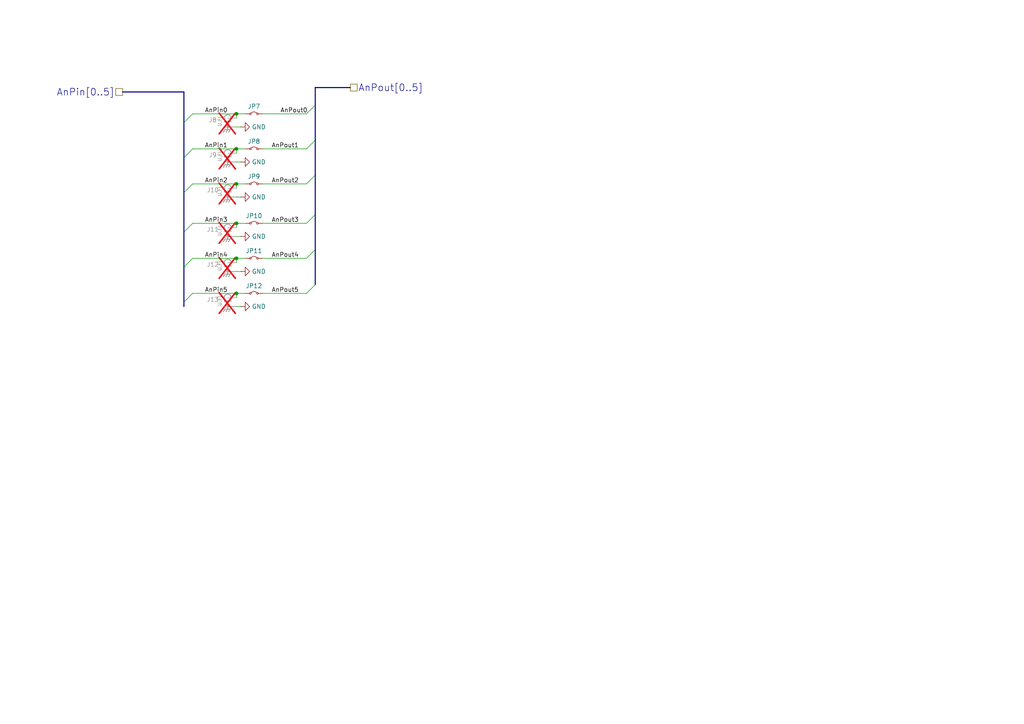
<source format=kicad_sch>
(kicad_sch (version 20231120) (generator "eeschema") (generator_version "8.0")
  (paper "A4")
  (lib_symbols
    (symbol "Jumper:Jumper_2_Small_Bridged" (pin_numbers hide) (pin_names (offset 0) hide) (exclude_from_sim yes)
      (property "Reference" "JP" (at 0 2.032 0))
      (property "Value" "Jumper_2_Small_Bridged" (at 0 -2.286 0))
      (symbol "Jumper_2_Small_Bridged_0_0"
        (circle (center -1.016 0) (radius 0.254))
        (circle (center 1.016 0) (radius 0.254))
      )
      (symbol "Jumper_2_Small_Bridged_0_1"
        (arc (start 0.762 0.254) (mid 0 0.5696) (end -0.762 0.254))
      )
      (symbol "Jumper_2_Small_Bridged_1_1"
        (pin passive line (at -2.54 0 0) (length 1.27) (name "A") (number "1"))
        (pin passive line (at 2.54 0 180) (length 1.27) (name "B") (number "2"))
      )
    )
    (symbol "power:GND" (power) (pin_numbers hide) (pin_names (offset 0) hide)
      (property "Value" "GND" (at 0 -3.81 0))
      (symbol "GND_0_1"
        (polyline (pts (xy 0 0) (xy 0 -1.27) (xy 1.27 -1.27) (xy 0 -2.54) (xy -1.27 -1.27) (xy 0 -1.27)))
      )
      (symbol "GND_1_1"
        (pin power_in line (at 0 0 270) (length 0) (name "~") (number "1"))
      )
    )
    (symbol "psysnapeda:RSP-122811-01" (pin_numbers hide) (pin_names (offset 1.016) hide)
      (property "Reference" "J" (at -2.032 3.556 0))
      (property "Value" "RSP-122811-01" (at -4.064 -4.318 0))
      (symbol "RSP-122811-01_0_0"
        (polyline (pts (xy -1.016 1.524) (xy 0 1.524)) (stroke (width 0.254)))
        (polyline (pts (xy -0.762 -0.762) (xy -1.27 -1.524)) (stroke (width 0.254)))
        (polyline (pts (xy 0 -0.762) (xy -0.762 -0.762)) (stroke (width 0.254)))
        (polyline (pts (xy 0 -0.762) (xy -0.508 -1.524)) (stroke (width 0.254)))
        (polyline (pts (xy 0 -0.762) (xy 0.762 -0.762)) (stroke (width 0.254)))
        (polyline (pts (xy 0 0) (xy 0 -0.762)) (stroke (width 0.254)))
        (polyline (pts (xy 0 1.524) (xy 0 0)) (stroke (width 0.254)))
        (polyline (pts (xy 0 1.524) (xy 1.016 1.524)) (stroke (width 0.254)))
        (polyline (pts (xy 0.762 -0.762) (xy 0.254 -1.524)) (stroke (width 0.254)))
        (circle (center 0 0) (radius 0.254) (stroke (width 0.254)))
        (circle (center 0 2.54) (radius 1.016) (stroke (width 0.254)))
        (pin passive line (at 2.54 0 180) (length 2.54) (name "~") (number "G2"))
      )
      (symbol "RSP-122811-01_1_0"
        (pin passive line (at 2.54 2.54 180) (length 2.54) (name "~") (number "1"))
        (pin passive line (at 2.54 0 180) (length 2.54) (name "~") (number "G1"))
      )
    )
  )
  (junction (at 68.58 64.77))
  (junction (at 68.58 85.09))
  (junction (at 68.58 53.34))
  (junction (at 68.58 33.02))
  (junction (at 68.58 74.93))
  (junction (at 68.58 43.18))
  (bus_entry (at 91.44 62.23) (size -2.54 2.54))
  (bus_entry (at 91.44 72.39) (size -2.54 2.54))
  (bus_entry (at 53.34 67.31) (size 2.54 -2.54))
  (bus_entry (at 91.44 40.64) (size -2.54 2.54))
  (bus_entry (at 53.34 45.72) (size 2.54 -2.54))
  (bus_entry (at 91.44 50.8) (size -2.54 2.54))
  (bus_entry (at 91.44 82.55) (size -2.54 2.54))
  (bus_entry (at 53.34 35.56) (size 2.54 -2.54))
  (bus_entry (at 53.34 77.47) (size 2.54 -2.54))
  (bus_entry (at 91.44 30.48) (size -2.54 2.54))
  (bus_entry (at 53.34 55.88) (size 2.54 -2.54))
  (bus_entry (at 53.34 87.63) (size 2.54 -2.54))
  (wire (pts (xy 55.88 74.93) (xy 68.58 74.93)))
  (bus (pts (xy 91.44 25.4) (xy 91.44 30.48)))
  (wire (pts (xy 76.2 33.02) (xy 88.9 33.02)))
  (wire (pts (xy 55.88 53.34) (xy 68.58 53.34)))
  (bus (pts (xy 91.44 25.4) (xy 101.6 25.4)))
  (wire (pts (xy 68.58 33.02) (xy 68.58 34.29)))
  (wire (pts (xy 88.9 43.18) (xy 76.2 43.18)))
  (bus (pts (xy 91.44 72.39) (xy 91.44 62.23)))
  (bus (pts (xy 53.34 26.67) (xy 53.34 35.56)))
  (wire (pts (xy 88.9 64.77) (xy 76.2 64.77)))
  (wire (pts (xy 68.58 88.9) (xy 69.85 88.9)))
  (wire (pts (xy 68.58 64.77) (xy 71.12 64.77)))
  (wire (pts (xy 55.88 85.09) (xy 68.58 85.09)))
  (wire (pts (xy 88.9 74.93) (xy 76.2 74.93)))
  (wire (pts (xy 55.88 64.77) (xy 68.58 64.77)))
  (wire (pts (xy 68.58 53.34) (xy 71.12 53.34)))
  (wire (pts (xy 68.58 74.93) (xy 68.58 76.2)))
  (wire (pts (xy 68.58 78.74) (xy 69.85 78.74)))
  (bus (pts (xy 53.34 35.56) (xy 53.34 45.72)))
  (wire (pts (xy 68.58 43.18) (xy 71.12 43.18)))
  (bus (pts (xy 91.44 50.8) (xy 91.44 40.64)))
  (bus (pts (xy 35.56 26.67) (xy 53.34 26.67)))
  (wire (pts (xy 88.9 53.34) (xy 76.2 53.34)))
  (wire (pts (xy 88.9 85.09) (xy 76.2 85.09)))
  (wire (pts (xy 68.58 57.15) (xy 69.85 57.15)))
  (wire (pts (xy 68.58 64.77) (xy 68.58 66.04)))
  (bus (pts (xy 91.44 40.64) (xy 91.44 30.48)))
  (bus (pts (xy 91.44 62.23) (xy 91.44 50.8)))
  (wire (pts (xy 68.58 46.99) (xy 69.85 46.99)))
  (wire (pts (xy 68.58 36.83) (xy 69.85 36.83)))
  (wire (pts (xy 68.58 53.34) (xy 68.58 54.61)))
  (bus (pts (xy 53.34 55.88) (xy 53.34 67.31)))
  (wire (pts (xy 68.58 85.09) (xy 71.12 85.09)))
  (bus (pts (xy 53.34 87.63) (xy 53.34 88.9)))
  (bus (pts (xy 91.44 82.55) (xy 91.44 72.39)))
  (wire (pts (xy 55.88 43.18) (xy 68.58 43.18)))
  (wire (pts (xy 68.58 74.93) (xy 71.12 74.93)))
  (bus (pts (xy 53.34 77.47) (xy 53.34 87.63)))
  (bus (pts (xy 53.34 67.31) (xy 53.34 77.47)))
  (wire (pts (xy 68.58 33.02) (xy 71.12 33.02)))
  (wire (pts (xy 68.58 68.58) (xy 69.85 68.58)))
  (wire (pts (xy 55.88 33.02) (xy 68.58 33.02)))
  (bus (pts (xy 53.34 45.72) (xy 53.34 55.88)))
  (wire (pts (xy 68.58 43.18) (xy 68.58 44.45)))
  (wire (pts (xy 68.58 85.09) (xy 68.58 86.36)))
  (label "AnPout5" (at 78.74 85.09 0))
  (label "AnPin5" (at 66.04 85.09 180))
  (label "AnPin2" (at 66.04 53.34 180))
  (label "AnPout2" (at 78.74 53.34 0))
  (label "AnPin1" (at 66.04 43.18 180))
  (label "AnPin3" (at 66.04 64.77 180))
  (label "AnPout3" (at 78.74 64.77 0))
  (label "AnPin4" (at 66.04 74.93 180))
  (label "AnPin0" (at 66.04 33.02 180))
  (label "AnPout4" (at 78.74 74.93 0))
  (label "AnPout0" (at 81.28 33.02 0))
  (label "AnPout1" (at 78.74 43.18 0))
  (hierarchical_label "AnPout[0..5]" (shape passive) (at 101.6 25.4 0) (effects (font (size 2 2))))
  (hierarchical_label "AnPin[0..5]" (shape passive) (at 35.56 26.67 180) (effects (font (size 2 2))))
  (symbol (lib_id "power:GND") (at 69.85 36.83 90) (unit 1)
    (property "Reference" "#PWR068" (effects (hide yes)))
    (property "Value" "GND" (at 73.025 36.83 90) (effects (justify right)))
    (property "Description" "Power symbol creates a global label with name \"GND\" , ground" (effects (hide yes)))
    (instances (project "breakout-tt06-qfn-socket" (path "" (reference "#PWR068") (unit 1)) (path "" (reference "#PWR062") (unit 1))))
  )
  (symbol (lib_id "Jumper:Jumper_2_Small_Bridged") (at 73.66 74.93 0) (unit 1) (exclude_from_sim yes) (in_bom no)
    (property "Reference" "JP11" (at 73.66 72.7673 0))
    (property "Value" "Jumper_2_Small_Bridged" (effects (hide yes)))
    (property "Footprint" "Jumper:SolderJumper-2_P1.3mm_Bridged_RoundedPad1.0x1.5mm" (effects (hide yes)))
    (property "Description" "Jumper, 2-pole, small symbol, bridged" (effects (hide yes)))
    (instances (project "breakout-tt06-qfn-socket" (path "" (reference "JP11") (unit 1)) (path "" (reference "JP5") (unit 1))))
  )
  (symbol (lib_id "power:GND") (at 69.85 78.74 90) (unit 1)
    (property "Reference" "#PWR072" (effects (hide yes)))
    (property "Value" "GND" (at 73.025 78.74 90) (effects (justify right)))
    (property "Description" "Power symbol creates a global label with name \"GND\" , ground" (effects (hide yes)))
    (instances (project "breakout-tt06-qfn-socket" (path "" (reference "#PWR072") (unit 1)) (path "" (reference "#PWR066") (unit 1))))
  )
  (symbol (lib_id "power:GND") (at 69.85 68.58 90) (unit 1)
    (property "Reference" "#PWR071" (effects (hide yes)))
    (property "Value" "GND" (at 73.025 68.58 90) (effects (justify right)))
    (property "Description" "Power symbol creates a global label with name \"GND\" , ground" (effects (hide yes)))
    (instances (project "breakout-tt06-qfn-socket" (path "" (reference "#PWR071") (unit 1)) (path "" (reference "#PWR065") (unit 1))))
  )
  (symbol (lib_id "psysnapeda:RSP-122811-01") (at 66.04 68.58 0) (unit 1) (in_bom no) (on_board no) (dnp yes)
    (property "Reference" "J11" (at 61.722 66.548 0))
    (property "Value" "U.FL" (at 63.754 66.802 90) (effects (font (size 1 1))))
    (property "Footprint" "psysnapeda:SAMTEC_RSP-122811-01" (effects (hide yes)))
    (property "Datasheet" "https://mm.digikey.com/Volume0/opasdata/d220001/medias/docus/6210/rsp-122811-01-mkt.pdf" (effects (hide yes)))
    (property "Description" "U.FL (UMCC), IPEX MHFI Connector Receptacle, Male Pin 50 Ohms Surface Mount Solder" (effects (hide yes)))
    (property "MPN" "RSP-122811-01" (effects (hide yes)))
    (property "MPN_ALT" "U.FL-R-SMT-1(80)" (effects (hide yes)))
    (property "LCSC" "C88374" (effects (hide yes)))
    (property "DigikeyPN" "612-RSP-122811-01CT-ND" (effects (hide yes)))
    (instances (project "breakout-tt06-qfn-socket" (path "" (reference "J11") (unit 1)) (path "" (reference "J5") (unit 1))))
  )
  (symbol (lib_id "Jumper:Jumper_2_Small_Bridged") (at 73.66 53.34 0) (unit 1) (exclude_from_sim yes) (in_bom no)
    (property "Reference" "JP9" (at 73.66 51.1773 0))
    (property "Value" "Jumper_2_Small_Bridged" (effects (hide yes)))
    (property "Footprint" "Jumper:SolderJumper-2_P1.3mm_Bridged_RoundedPad1.0x1.5mm" (effects (hide yes)))
    (property "Description" "Jumper, 2-pole, small symbol, bridged" (effects (hide yes)))
    (instances (project "breakout-tt06-qfn-socket" (path "" (reference "JP9") (unit 1)) (path "" (reference "JP3") (unit 1))))
  )
  (symbol (lib_id "Jumper:Jumper_2_Small_Bridged") (at 73.66 33.02 0) (unit 1) (exclude_from_sim yes) (in_bom no)
    (property "Reference" "JP7" (at 73.66 30.8573 0))
    (property "Value" "Jumper_2_Small_Bridged" (effects (hide yes)))
    (property "Footprint" "Jumper:SolderJumper-2_P1.3mm_Bridged_RoundedPad1.0x1.5mm" (effects (hide yes)))
    (property "Description" "Jumper, 2-pole, small symbol, bridged" (effects (hide yes)))
    (instances (project "breakout-tt06-qfn-socket" (path "" (reference "JP7") (unit 1)) (path "" (reference "JP1") (unit 1))))
  )
  (symbol (lib_id "psysnapeda:RSP-122811-01") (at 66.04 88.9 0) (unit 1) (in_bom no) (on_board no) (dnp yes)
    (property "Reference" "J13" (at 61.722 86.868 0))
    (property "Value" "U.FL" (at 63.754 87.122 90) (effects (font (size 1 1))))
    (property "Footprint" "psysnapeda:SAMTEC_RSP-122811-01" (effects (hide yes)))
    (property "Datasheet" "https://mm.digikey.com/Volume0/opasdata/d220001/medias/docus/6210/rsp-122811-01-mkt.pdf" (effects (hide yes)))
    (property "Description" "U.FL (UMCC), IPEX MHFI Connector Receptacle, Male Pin 50 Ohms Surface Mount Solder" (effects (hide yes)))
    (property "MPN" "RSP-122811-01" (effects (hide yes)))
    (property "MPN_ALT" "U.FL-R-SMT-1(80)" (effects (hide yes)))
    (property "LCSC" "C88374" (effects (hide yes)))
    (property "DigikeyPN" "612-RSP-122811-01CT-ND" (effects (hide yes)))
    (instances (project "breakout-tt06-qfn-socket" (path "" (reference "J13") (unit 1)) (path "" (reference "J7") (unit 1))))
  )
  (symbol (lib_id "psysnapeda:RSP-122811-01") (at 66.04 46.99 0) (unit 1) (in_bom no) (on_board no) (dnp yes)
    (property "Reference" "J9" (at 61.722 44.958 0))
    (property "Value" "U.FL" (at 63.754 45.212 90) (effects (font (size 1 1))))
    (property "Footprint" "psysnapeda:SAMTEC_RSP-122811-01" (effects (hide yes)))
    (property "Datasheet" "https://mm.digikey.com/Volume0/opasdata/d220001/medias/docus/6210/rsp-122811-01-mkt.pdf" (effects (hide yes)))
    (property "Description" "U.FL (UMCC), IPEX MHFI Connector Receptacle, Male Pin 50 Ohms Surface Mount Solder" (effects (hide yes)))
    (property "MPN" "RSP-122811-01" (effects (hide yes)))
    (property "MPN_ALT" "U.FL-R-SMT-1(80)" (effects (hide yes)))
    (property "LCSC" "C88374" (effects (hide yes)))
    (property "DigikeyPN" "612-RSP-122811-01CT-ND" (effects (hide yes)))
    (instances (project "breakout-tt06-qfn-socket" (path "" (reference "J9") (unit 1)) (path "" (reference "J3") (unit 1))))
  )
  (symbol (lib_id "power:GND") (at 69.85 57.15 90) (unit 1)
    (property "Reference" "#PWR070" (effects (hide yes)))
    (property "Value" "GND" (at 73.025 57.15 90) (effects (justify right)))
    (property "Description" "Power symbol creates a global label with name \"GND\" , ground" (effects (hide yes)))
    (instances (project "breakout-tt06-qfn-socket" (path "" (reference "#PWR070") (unit 1)) (path "" (reference "#PWR064") (unit 1))))
  )
  (symbol (lib_id "Jumper:Jumper_2_Small_Bridged") (at 73.66 85.09 0) (unit 1) (exclude_from_sim yes) (in_bom no)
    (property "Reference" "JP12" (at 73.66 82.9273 0))
    (property "Value" "Jumper_2_Small_Bridged" (effects (hide yes)))
    (property "Footprint" "Jumper:SolderJumper-2_P1.3mm_Bridged_RoundedPad1.0x1.5mm" (effects (hide yes)))
    (property "Description" "Jumper, 2-pole, small symbol, bridged" (effects (hide yes)))
    (instances (project "breakout-tt06-qfn-socket" (path "" (reference "JP12") (unit 1)) (path "" (reference "JP6") (unit 1))))
  )
  (symbol (lib_id "Jumper:Jumper_2_Small_Bridged") (at 73.66 43.18 0) (unit 1) (exclude_from_sim yes) (in_bom no)
    (property "Reference" "JP8" (at 73.66 41.0173 0))
    (property "Value" "Jumper_2_Small_Bridged" (effects (hide yes)))
    (property "Footprint" "Jumper:SolderJumper-2_P1.3mm_Bridged_RoundedPad1.0x1.5mm" (effects (hide yes)))
    (property "Description" "Jumper, 2-pole, small symbol, bridged" (effects (hide yes)))
    (instances (project "breakout-tt06-qfn-socket" (path "" (reference "JP8") (unit 1)) (path "" (reference "JP2") (unit 1))))
  )
  (symbol (lib_id "power:GND") (at 69.85 88.9 90) (unit 1)
    (property "Reference" "#PWR073" (effects (hide yes)))
    (property "Value" "GND" (at 73.025 88.9 90) (effects (justify right)))
    (property "Description" "Power symbol creates a global label with name \"GND\" , ground" (effects (hide yes)))
    (instances (project "breakout-tt06-qfn-socket" (path "" (reference "#PWR073") (unit 1)) (path "" (reference "#PWR067") (unit 1))))
  )
  (symbol (lib_id "Jumper:Jumper_2_Small_Bridged") (at 73.66 64.77 0) (unit 1) (exclude_from_sim yes) (in_bom no)
    (property "Reference" "JP10" (at 73.66 62.6073 0))
    (property "Value" "Jumper_2_Small_Bridged" (effects (hide yes)))
    (property "Footprint" "Jumper:SolderJumper-2_P1.3mm_Bridged_RoundedPad1.0x1.5mm" (effects (hide yes)))
    (property "Description" "Jumper, 2-pole, small symbol, bridged" (effects (hide yes)))
    (instances (project "breakout-tt06-qfn-socket" (path "" (reference "JP10") (unit 1)) (path "" (reference "JP4") (unit 1))))
  )
  (symbol (lib_id "power:GND") (at 69.85 46.99 90) (unit 1)
    (property "Reference" "#PWR069" (effects (hide yes)))
    (property "Value" "GND" (at 73.025 46.99 90) (effects (justify right)))
    (property "Description" "Power symbol creates a global label with name \"GND\" , ground" (effects (hide yes)))
    (instances (project "breakout-tt06-qfn-socket" (path "" (reference "#PWR069") (unit 1)) (path "" (reference "#PWR063") (unit 1))))
  )
  (symbol (lib_id "psysnapeda:RSP-122811-01") (at 66.04 78.74 0) (unit 1) (in_bom no) (on_board no) (dnp yes)
    (property "Reference" "J12" (at 61.722 76.708 0))
    (property "Value" "U.FL" (at 63.754 76.962 90) (effects (font (size 1 1))))
    (property "Footprint" "psysnapeda:SAMTEC_RSP-122811-01" (effects (hide yes)))
    (property "Datasheet" "https://mm.digikey.com/Volume0/opasdata/d220001/medias/docus/6210/rsp-122811-01-mkt.pdf" (effects (hide yes)))
    (property "Description" "U.FL (UMCC), IPEX MHFI Connector Receptacle, Male Pin 50 Ohms Surface Mount Solder" (effects (hide yes)))
    (property "MPN" "RSP-122811-01" (effects (hide yes)))
    (property "MPN_ALT" "U.FL-R-SMT-1(80)" (effects (hide yes)))
    (property "LCSC" "C88374" (effects (hide yes)))
    (property "DigikeyPN" "612-RSP-122811-01CT-ND" (effects (hide yes)))
    (instances (project "breakout-tt06-qfn-socket" (path "" (reference "J12") (unit 1)) (path "" (reference "J6") (unit 1))))
  )
  (symbol (lib_id "psysnapeda:RSP-122811-01") (at 66.04 57.15 0) (unit 1) (in_bom no) (on_board no) (dnp yes)
    (property "Reference" "J10" (at 61.722 55.118 0))
    (property "Value" "U.FL" (at 63.754 55.372 90) (effects (font (size 1 1))))
    (property "Footprint" "psysnapeda:SAMTEC_RSP-122811-01" (effects (hide yes)))
    (property "Datasheet" "https://mm.digikey.com/Volume0/opasdata/d220001/medias/docus/6210/rsp-122811-01-mkt.pdf" (effects (hide yes)))
    (property "Description" "U.FL (UMCC), IPEX MHFI Connector Receptacle, Male Pin 50 Ohms Surface Mount Solder" (effects (hide yes)))
    (property "MPN" "RSP-122811-01" (effects (hide yes)))
    (property "MPN_ALT" "U.FL-R-SMT-1(80)" (effects (hide yes)))
    (property "LCSC" "C88374" (effects (hide yes)))
    (property "DigikeyPN" "612-RSP-122811-01CT-ND" (effects (hide yes)))
    (instances (project "breakout-tt06-qfn-socket" (path "" (reference "J10") (unit 1)) (path "" (reference "J4") (unit 1))))
  )
  (symbol (lib_id "psysnapeda:RSP-122811-01") (at 66.04 36.83 0) (unit 1) (in_bom no) (on_board no) (dnp yes)
    (property "Reference" "J8" (at 61.722 34.798 0))
    (property "Value" "U.FL" (at 63.754 35.052 90) (effects (font (size 1 1))))
    (property "Footprint" "psysnapeda:SAMTEC_RSP-122811-01" (effects (hide yes)))
    (property "Datasheet" "https://mm.digikey.com/Volume0/opasdata/d220001/medias/docus/6210/rsp-122811-01-mkt.pdf" (effects (hide yes)))
    (property "Description" "U.FL (UMCC), IPEX MHFI Connector Receptacle, Male Pin 50 Ohms Surface Mount Solder" (effects (hide yes)))
    (property "MPN" "RSP-122811-01" (effects (hide yes)))
    (property "MPN_ALT" "U.FL-R-SMT-1(80)" (effects (hide yes)))
    (property "LCSC" "C88374" (effects (hide yes)))
    (property "DigikeyPN" "612-RSP-122811-01CT-ND" (effects (hide yes)))
    (instances (project "breakout-tt06-qfn-socket" (path "" (reference "J8") (unit 1)) (path "" (reference "J2") (unit 1))))
  )
)
</source>
